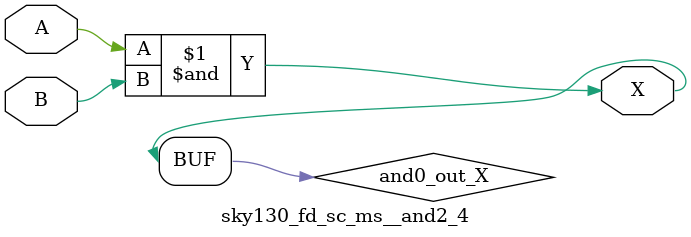
<source format=v>
/*
 * Copyright 2020 The SkyWater PDK Authors
 *
 * Licensed under the Apache License, Version 2.0 (the "License");
 * you may not use this file except in compliance with the License.
 * You may obtain a copy of the License at
 *
 *     https://www.apache.org/licenses/LICENSE-2.0
 *
 * Unless required by applicable law or agreed to in writing, software
 * distributed under the License is distributed on an "AS IS" BASIS,
 * WITHOUT WARRANTIES OR CONDITIONS OF ANY KIND, either express or implied.
 * See the License for the specific language governing permissions and
 * limitations under the License.
 *
 * SPDX-License-Identifier: Apache-2.0
*/


`ifndef SKY130_FD_SC_MS__AND2_4_FUNCTIONAL_V
`define SKY130_FD_SC_MS__AND2_4_FUNCTIONAL_V

/**
 * and2: 2-input AND.
 *
 * Verilog simulation functional model.
 */

`timescale 1ns / 1ps
`default_nettype none

`celldefine
module sky130_fd_sc_ms__and2_4 (
    X,
    A,
    B
);

    // Module ports
    output X;
    input  A;
    input  B;

    // Local signals
    wire and0_out_X;

    //  Name  Output      Other arguments
    and and0 (and0_out_X, A, B           );
    buf buf0 (X         , and0_out_X     );

endmodule
`endcelldefine

`default_nettype wire
`endif  // SKY130_FD_SC_MS__AND2_4_FUNCTIONAL_V

</source>
